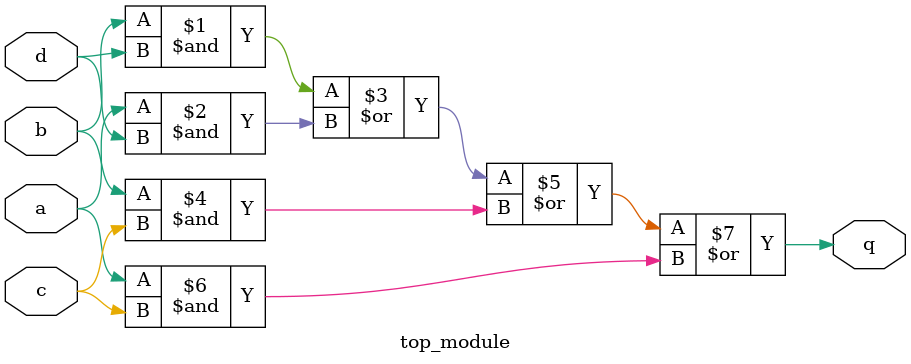
<source format=v>
module top_module (
    input a,
    input b,
    input c,
    input d,
    output q );//

    assign q = (b & d) | (a & d) | (b & c) | (a & c);

endmodule

</source>
